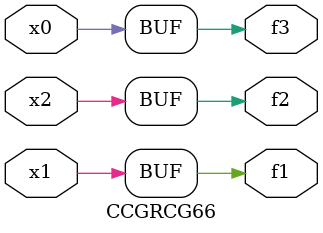
<source format=v>
module CCGRCG66(
	input x0, x1, x2,
	output f1, f2, f3
);
	assign f1 = x1;
	assign f2 = x2;
	assign f3 = x0;
endmodule

</source>
